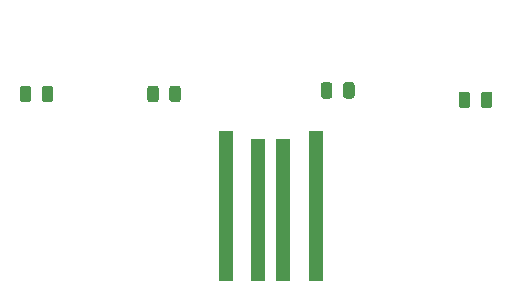
<source format=gbr>
%TF.GenerationSoftware,KiCad,Pcbnew,(5.1.9-0-10_14)*%
%TF.CreationDate,2021-02-22T22:45:40+08:00*%
%TF.ProjectId,sky_girlsday,736b795f-6769-4726-9c73-6461792e6b69,rev?*%
%TF.SameCoordinates,Original*%
%TF.FileFunction,Soldermask,Top*%
%TF.FilePolarity,Negative*%
%FSLAX46Y46*%
G04 Gerber Fmt 4.6, Leading zero omitted, Abs format (unit mm)*
G04 Created by KiCad (PCBNEW (5.1.9-0-10_14)) date 2021-02-22 22:45:40*
%MOMM*%
%LPD*%
G01*
G04 APERTURE LIST*
%ADD10R,1.270000X12.065000*%
%ADD11R,1.270000X12.700000*%
G04 APERTURE END LIST*
D10*
%TO.C,J1*%
X110260500Y-148314800D03*
X112419500Y-148314800D03*
D11*
X115150000Y-148000000D03*
X107530000Y-148000000D03*
%TD*%
%TO.C,D4*%
G36*
G01*
X128230000Y-138543750D02*
X128230000Y-139456250D01*
G75*
G02*
X127986250Y-139700000I-243750J0D01*
G01*
X127498750Y-139700000D01*
G75*
G02*
X127255000Y-139456250I0J243750D01*
G01*
X127255000Y-138543750D01*
G75*
G02*
X127498750Y-138300000I243750J0D01*
G01*
X127986250Y-138300000D01*
G75*
G02*
X128230000Y-138543750I0J-243750D01*
G01*
G37*
G36*
G01*
X130105000Y-138543750D02*
X130105000Y-139456250D01*
G75*
G02*
X129861250Y-139700000I-243750J0D01*
G01*
X129373750Y-139700000D01*
G75*
G02*
X129130000Y-139456250I0J243750D01*
G01*
X129130000Y-138543750D01*
G75*
G02*
X129373750Y-138300000I243750J0D01*
G01*
X129861250Y-138300000D01*
G75*
G02*
X130105000Y-138543750I0J-243750D01*
G01*
G37*
%TD*%
%TO.C,D3*%
G36*
G01*
X116562500Y-137743750D02*
X116562500Y-138656250D01*
G75*
G02*
X116318750Y-138900000I-243750J0D01*
G01*
X115831250Y-138900000D01*
G75*
G02*
X115587500Y-138656250I0J243750D01*
G01*
X115587500Y-137743750D01*
G75*
G02*
X115831250Y-137500000I243750J0D01*
G01*
X116318750Y-137500000D01*
G75*
G02*
X116562500Y-137743750I0J-243750D01*
G01*
G37*
G36*
G01*
X118437500Y-137743750D02*
X118437500Y-138656250D01*
G75*
G02*
X118193750Y-138900000I-243750J0D01*
G01*
X117706250Y-138900000D01*
G75*
G02*
X117462500Y-138656250I0J243750D01*
G01*
X117462500Y-137743750D01*
G75*
G02*
X117706250Y-137500000I243750J0D01*
G01*
X118193750Y-137500000D01*
G75*
G02*
X118437500Y-137743750I0J-243750D01*
G01*
G37*
%TD*%
%TO.C,D2*%
G36*
G01*
X101862500Y-138043750D02*
X101862500Y-138956250D01*
G75*
G02*
X101618750Y-139200000I-243750J0D01*
G01*
X101131250Y-139200000D01*
G75*
G02*
X100887500Y-138956250I0J243750D01*
G01*
X100887500Y-138043750D01*
G75*
G02*
X101131250Y-137800000I243750J0D01*
G01*
X101618750Y-137800000D01*
G75*
G02*
X101862500Y-138043750I0J-243750D01*
G01*
G37*
G36*
G01*
X103737500Y-138043750D02*
X103737500Y-138956250D01*
G75*
G02*
X103493750Y-139200000I-243750J0D01*
G01*
X103006250Y-139200000D01*
G75*
G02*
X102762500Y-138956250I0J243750D01*
G01*
X102762500Y-138043750D01*
G75*
G02*
X103006250Y-137800000I243750J0D01*
G01*
X103493750Y-137800000D01*
G75*
G02*
X103737500Y-138043750I0J-243750D01*
G01*
G37*
%TD*%
%TO.C,D1*%
G36*
G01*
X91062500Y-138043750D02*
X91062500Y-138956250D01*
G75*
G02*
X90818750Y-139200000I-243750J0D01*
G01*
X90331250Y-139200000D01*
G75*
G02*
X90087500Y-138956250I0J243750D01*
G01*
X90087500Y-138043750D01*
G75*
G02*
X90331250Y-137800000I243750J0D01*
G01*
X90818750Y-137800000D01*
G75*
G02*
X91062500Y-138043750I0J-243750D01*
G01*
G37*
G36*
G01*
X92937500Y-138043750D02*
X92937500Y-138956250D01*
G75*
G02*
X92693750Y-139200000I-243750J0D01*
G01*
X92206250Y-139200000D01*
G75*
G02*
X91962500Y-138956250I0J243750D01*
G01*
X91962500Y-138043750D01*
G75*
G02*
X92206250Y-137800000I243750J0D01*
G01*
X92693750Y-137800000D01*
G75*
G02*
X92937500Y-138043750I0J-243750D01*
G01*
G37*
%TD*%
M02*

</source>
